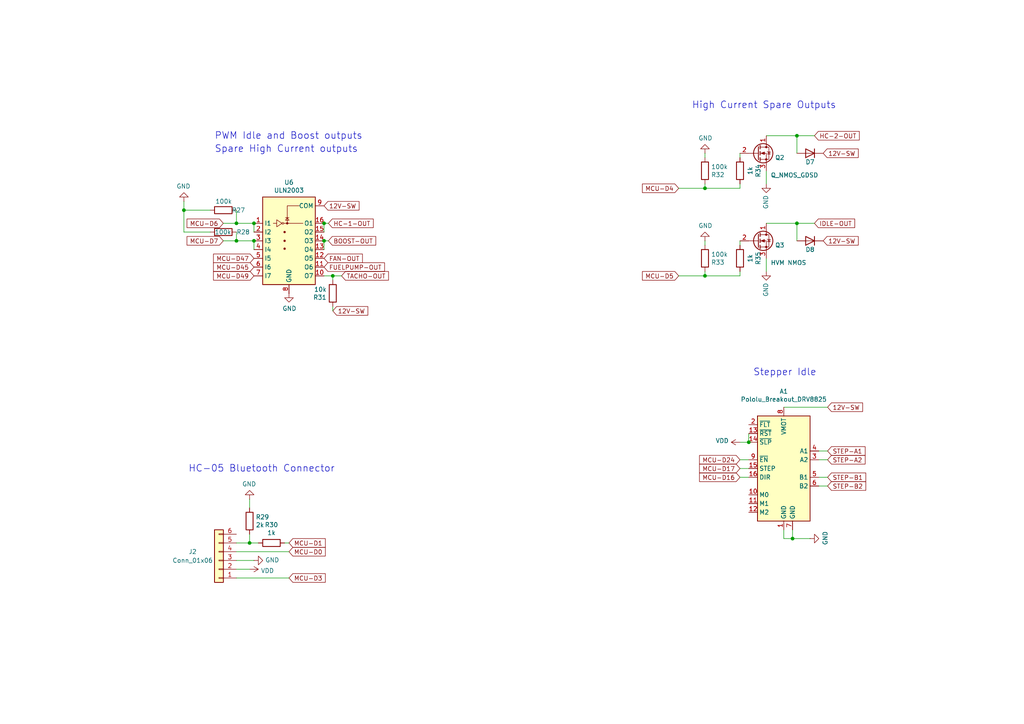
<source format=kicad_sch>
(kicad_sch (version 20231120) (generator "eeschema") (generator_version "8.0")
  (paper "A4")
  (lib_symbols
    (symbol "Connector_Generic:Conn_01x06" (pin_names (offset 1.016) hide)
      (property "Reference" "J" (at 0 7.62 0))
      (property "Value" "Conn_01x06" (at 0 -10.16 0))
      (symbol "Conn_01x06_1_1"
        (rectangle (start -1.27 -7.493) (end 0 -7.747) (stroke (width 0.1524)))
        (rectangle (start -1.27 -4.953) (end 0 -5.207) (stroke (width 0.1524)))
        (rectangle (start -1.27 -2.413) (end 0 -2.667) (stroke (width 0.1524)))
        (rectangle (start -1.27 0.127) (end 0 -0.127) (stroke (width 0.1524)))
        (rectangle (start -1.27 2.667) (end 0 2.413) (stroke (width 0.1524)))
        (rectangle (start -1.27 5.207) (end 0 4.953) (stroke (width 0.1524)))
        (rectangle (start -1.27 6.35) (end 1.27 -8.89) (stroke (width 0.254)) (fill (type background)))
        (pin passive line (at -5.08 5.08 0) (length 3.81) (name "Pin_1") (number "1"))
        (pin passive line (at -5.08 2.54 0) (length 3.81) (name "Pin_2") (number "2"))
        (pin passive line (at -5.08 0 0) (length 3.81) (name "Pin_3") (number "3"))
        (pin passive line (at -5.08 -2.54 0) (length 3.81) (name "Pin_4") (number "4"))
        (pin passive line (at -5.08 -5.08 0) (length 3.81) (name "Pin_5") (number "5"))
        (pin passive line (at -5.08 -7.62 0) (length 3.81) (name "Pin_6") (number "6"))
      )
    )
    (symbol "Device:D" (pin_numbers hide) (pin_names (offset 1.016) hide)
      (property "Reference" "D" (at 0 2.54 0))
      (property "Value" "D" (at 0 -2.54 0))
      (symbol "D_0_1"
        (polyline (pts (xy -1.27 1.27) (xy -1.27 -1.27)) (stroke (width 0.254)))
        (polyline (pts (xy 1.27 0) (xy -1.27 0)))
        (polyline (pts (xy 1.27 1.27) (xy 1.27 -1.27) (xy -1.27 0) (xy 1.27 1.27)) (stroke (width 0.254)))
      )
      (symbol "D_1_1"
        (pin passive line (at -3.81 0 0) (length 2.54) (name "K") (number "1"))
        (pin passive line (at 3.81 0 180) (length 2.54) (name "A") (number "2"))
      )
    )
    (symbol "Device:Q_NMOS_DGS" (pin_names (offset 0) hide)
      (property "Reference" "Q" (at 5.08 1.27 0))
      (property "Value" "Q_NMOS_DGS" (at 5.08 -1.27 0))
      (symbol "Q_NMOS_DGS_0_1"
        (polyline (pts (xy 0.254 0) (xy -2.54 0)))
        (polyline (pts (xy 0.254 1.905) (xy 0.254 -1.905)) (stroke (width 0.254)))
        (polyline (pts (xy 0.762 -1.27) (xy 0.762 -2.286)) (stroke (width 0.254)))
        (polyline (pts (xy 0.762 0.508) (xy 0.762 -0.508)) (stroke (width 0.254)))
        (polyline (pts (xy 0.762 2.286) (xy 0.762 1.27)) (stroke (width 0.254)))
        (polyline (pts (xy 2.54 2.54) (xy 2.54 1.778)))
        (polyline (pts (xy 2.54 -2.54) (xy 2.54 0) (xy 0.762 0)))
        (polyline (pts (xy 0.762 -1.778) (xy 3.302 -1.778) (xy 3.302 1.778) (xy 0.762 1.778)))
        (polyline (pts (xy 1.016 0) (xy 2.032 0.381) (xy 2.032 -0.381) (xy 1.016 0)) (fill (type outline)))
        (polyline (pts (xy 2.794 0.508) (xy 2.921 0.381) (xy 3.683 0.381) (xy 3.81 0.254)))
        (polyline (pts (xy 3.302 0.381) (xy 2.921 -0.254) (xy 3.683 -0.254) (xy 3.302 0.381)))
        (circle (center 1.651 0) (radius 2.794) (stroke (width 0.254)))
        (circle (center 2.54 -1.778) (radius 0.254) (fill (type outline)))
        (circle (center 2.54 1.778) (radius 0.254) (fill (type outline)))
      )
      (symbol "Q_NMOS_DGS_1_1"
        (pin passive line (at 2.54 5.08 270) (length 2.54) (name "D") (number "1"))
        (pin input line (at -5.08 0 0) (length 2.54) (name "G") (number "2"))
        (pin passive line (at 2.54 -5.08 90) (length 2.54) (name "S") (number "3"))
      )
    )
    (symbol "Device:R" (pin_numbers hide) (pin_names (offset 0))
      (property "Reference" "R" (at 2.032 0 90))
      (property "Value" "R" (at 0 0 90))
      (symbol "R_0_1"
        (rectangle (start -1.016 -2.54) (end 1.016 2.54) (stroke (width 0.254)))
      )
      (symbol "R_1_1"
        (pin passive line (at 0 3.81 270) (length 1.27) (name "~") (number "1"))
        (pin passive line (at 0 -3.81 90) (length 1.27) (name "~") (number "2"))
      )
    )
    (symbol "Driver_Motor:Pololu_Breakout_DRV8825"
      (property "Reference" "A" (at -2.54 16.51 0))
      (property "Value" "Pololu_Breakout_DRV8825" (at -2.54 13.97 0))
      (symbol "Pololu_Breakout_DRV8825_0_1"
        (rectangle (start 7.62 -17.78) (end -7.62 12.7) (stroke (width 0.254)) (fill (type background)))
      )
      (symbol "Pololu_Breakout_DRV8825_1_1"
        (pin power_in line (at 0 -20.32 90) (length 2.54) (name "GND") (number "1"))
        (pin input line (at -10.16 -10.16 0) (length 2.54) (name "M0") (number "10"))
        (pin input line (at -10.16 -12.7 0) (length 2.54) (name "M1") (number "11"))
        (pin input line (at -10.16 -15.24 0) (length 2.54) (name "M2") (number "12"))
        (pin input line (at -10.16 7.62 0) (length 2.54) (name "~{RST}") (number "13"))
        (pin input line (at -10.16 5.08 0) (length 2.54) (name "~{SLP}") (number "14"))
        (pin input line (at -10.16 -2.54 0) (length 2.54) (name "STEP") (number "15"))
        (pin input line (at -10.16 -5.08 0) (length 2.54) (name "DIR") (number "16"))
        (pin output line (at -10.16 10.16 0) (length 2.54) (name "~{FLT}") (number "2"))
        (pin output line (at 10.16 0 180) (length 2.54) (name "A2") (number "3"))
        (pin output line (at 10.16 2.54 180) (length 2.54) (name "A1") (number "4"))
        (pin output line (at 10.16 -5.08 180) (length 2.54) (name "B1") (number "5"))
        (pin output line (at 10.16 -7.62 180) (length 2.54) (name "B2") (number "6"))
        (pin power_in line (at 2.54 -20.32 90) (length 2.54) (name "GND") (number "7"))
        (pin power_in line (at 0 15.24 270) (length 2.54) (name "VMOT") (number "8"))
        (pin input line (at -10.16 0 0) (length 2.54) (name "~{EN}") (number "9"))
      )
    )
    (symbol "Transistor_Array:ULN2003"
      (property "Reference" "U" (at 0 15.875 0))
      (property "Value" "ULN2003" (at 0 13.97 0))
      (symbol "ULN2003_0_1"
        (rectangle (start -7.62 -12.7) (end 7.62 12.7) (stroke (width 0.254)) (fill (type background)))
        (circle (center -1.778 5.08) (radius 0.254))
        (circle (center -1.27 -2.286) (radius 0.254) (fill (type outline)))
        (circle (center -1.27 0) (radius 0.254) (fill (type outline)))
        (circle (center -1.27 2.54) (radius 0.254) (fill (type outline)))
        (circle (center -0.508 5.08) (radius 0.254) (fill (type outline)))
        (polyline (pts (xy -4.572 5.08) (xy -3.556 5.08)))
        (polyline (pts (xy -1.524 5.08) (xy 4.064 5.08)))
        (polyline (pts (xy 0 6.731) (xy -1.016 6.731)))
        (polyline (pts (xy -0.508 5.08) (xy -0.508 10.16) (xy 2.921 10.16)))
        (polyline (pts (xy -3.556 6.096) (xy -3.556 4.064) (xy -2.032 5.08) (xy -3.556 6.096)))
        (polyline (pts (xy 0 5.969) (xy -1.016 5.969) (xy -0.508 6.731) (xy 0 5.969)))
      )
      (symbol "ULN2003_1_1"
        (pin input line (at -10.16 5.08 0) (length 2.54) (name "I1") (number "1"))
        (pin open_collector line (at 10.16 -10.16 180) (length 2.54) (name "O7") (number "10"))
        (pin open_collector line (at 10.16 -7.62 180) (length 2.54) (name "O6") (number "11"))
        (pin open_collector line (at 10.16 -5.08 180) (length 2.54) (name "O5") (number "12"))
        (pin open_collector line (at 10.16 -2.54 180) (length 2.54) (name "O4") (number "13"))
        (pin open_collector line (at 10.16 0 180) (length 2.54) (name "O3") (number "14"))
        (pin open_collector line (at 10.16 2.54 180) (length 2.54) (name "O2") (number "15"))
        (pin open_collector line (at 10.16 5.08 180) (length 2.54) (name "O1") (number "16"))
        (pin input line (at -10.16 2.54 0) (length 2.54) (name "I2") (number "2"))
        (pin input line (at -10.16 0 0) (length 2.54) (name "I3") (number "3"))
        (pin input line (at -10.16 -2.54 0) (length 2.54) (name "I4") (number "4"))
        (pin input line (at -10.16 -5.08 0) (length 2.54) (name "I5") (number "5"))
        (pin input line (at -10.16 -7.62 0) (length 2.54) (name "I6") (number "6"))
        (pin input line (at -10.16 -10.16 0) (length 2.54) (name "I7") (number "7"))
        (pin power_in line (at 0 -15.24 90) (length 2.54) (name "GND") (number "8"))
        (pin passive line (at 10.16 10.16 180) (length 2.54) (name "COM") (number "9"))
      )
    )
    (symbol "power:GND" (power) (pin_numbers hide) (pin_names (offset 0) hide)
      (property "Value" "GND" (at 0 -3.81 0))
      (symbol "GND_0_1"
        (polyline (pts (xy 0 0) (xy 0 -1.27) (xy 1.27 -1.27) (xy 0 -2.54) (xy -1.27 -1.27) (xy 0 -1.27)))
      )
      (symbol "GND_1_1"
        (pin power_in line (at 0 0 270) (length 0) (name "~") (number "1"))
      )
    )
    (symbol "power:VDD" (power) (pin_numbers hide) (pin_names (offset 0) hide)
      (property "Value" "VDD" (at 0 3.556 0))
      (symbol "VDD_0_1"
        (polyline (pts (xy -0.762 1.27) (xy 0 2.54)))
        (polyline (pts (xy 0 0) (xy 0 2.54)))
        (polyline (pts (xy 0 2.54) (xy 0.762 1.27)))
      )
      (symbol "VDD_1_1"
        (pin power_in line (at 0 0 90) (length 0) (name "~") (number "1"))
      )
    )
  )
  (junction (at 73.66 64.77))
  (junction (at 229.87 156.21))
  (junction (at 68.58 69.85))
  (junction (at 93.98 69.85))
  (junction (at 73.66 69.85))
  (junction (at 204.47 54.61))
  (junction (at 96.52 80.01))
  (junction (at 68.58 64.77))
  (junction (at 93.98 64.77))
  (junction (at 231.14 64.77))
  (junction (at 204.47 80.01))
  (junction (at 217.17 128.27))
  (junction (at 72.39 157.48))
  (junction (at 231.14 39.37))
  (junction (at 53.34 60.96))
  (wire (pts (xy 68.58 60.96) (xy 68.58 64.77)))
  (wire (pts (xy 96.52 90.17) (xy 96.52 88.9)))
  (wire (pts (xy 53.34 60.96) (xy 60.96 60.96)))
  (wire (pts (xy 229.87 153.67) (xy 229.87 156.21)))
  (wire (pts (xy 96.52 80.01) (xy 99.06 80.01)))
  (wire (pts (xy 196.85 80.01) (xy 204.47 80.01)))
  (wire (pts (xy 68.58 157.48) (xy 72.39 157.48)))
  (wire (pts (xy 73.66 162.56) (xy 68.58 162.56)))
  (wire (pts (xy 222.25 39.37) (xy 231.14 39.37)))
  (wire (pts (xy 196.85 54.61) (xy 204.47 54.61)))
  (wire (pts (xy 204.47 80.01) (xy 204.47 78.74)))
  (wire (pts (xy 227.33 118.11) (xy 240.03 118.11)))
  (wire (pts (xy 240.03 140.97) (xy 237.49 140.97)))
  (wire (pts (xy 227.33 156.21) (xy 227.33 153.67)))
  (wire (pts (xy 231.14 69.85) (xy 231.14 64.77)))
  (wire (pts (xy 73.66 69.85) (xy 73.66 72.39)))
  (wire (pts (xy 83.82 160.02) (xy 68.58 160.02)))
  (wire (pts (xy 222.25 64.77) (xy 231.14 64.77)))
  (wire (pts (xy 72.39 157.48) (xy 74.93 157.48)))
  (wire (pts (xy 204.47 54.61) (xy 204.47 53.34)))
  (wire (pts (xy 217.17 128.27) (xy 217.17 125.73)))
  (wire (pts (xy 82.55 157.48) (xy 83.82 157.48)))
  (wire (pts (xy 204.47 44.45) (xy 204.47 45.72)))
  (wire (pts (xy 68.58 67.31) (xy 68.58 69.85)))
  (wire (pts (xy 214.63 53.34) (xy 214.63 54.61)))
  (wire (pts (xy 95.25 69.85) (xy 93.98 69.85)))
  (wire (pts (xy 95.25 64.77) (xy 93.98 64.77)))
  (wire (pts (xy 204.47 80.01) (xy 214.63 80.01)))
  (wire (pts (xy 214.63 133.35) (xy 217.17 133.35)))
  (wire (pts (xy 68.58 167.64) (xy 83.82 167.64)))
  (wire (pts (xy 231.14 44.45) (xy 231.14 39.37)))
  (wire (pts (xy 214.63 128.27) (xy 217.17 128.27)))
  (wire (pts (xy 222.25 78.74) (xy 222.25 74.93)))
  (wire (pts (xy 217.17 135.89) (xy 214.63 135.89)))
  (wire (pts (xy 64.77 69.85) (xy 68.58 69.85)))
  (wire (pts (xy 53.34 58.42) (xy 53.34 60.96)))
  (wire (pts (xy 64.77 64.77) (xy 68.58 64.77)))
  (wire (pts (xy 53.34 60.96) (xy 53.34 67.31)))
  (wire (pts (xy 93.98 72.39) (xy 93.98 69.85)))
  (wire (pts (xy 72.39 144.78) (xy 72.39 147.32)))
  (wire (pts (xy 231.14 64.77) (xy 236.22 64.77)))
  (wire (pts (xy 214.63 69.85) (xy 214.63 71.12)))
  (wire (pts (xy 72.39 154.94) (xy 72.39 157.48)))
  (wire (pts (xy 53.34 67.31) (xy 60.96 67.31)))
  (wire (pts (xy 231.14 39.37) (xy 236.22 39.37)))
  (wire (pts (xy 68.58 64.77) (xy 73.66 64.77)))
  (wire (pts (xy 229.87 156.21) (xy 227.33 156.21)))
  (wire (pts (xy 237.49 130.81) (xy 240.03 130.81)))
  (wire (pts (xy 72.39 165.1) (xy 68.58 165.1)))
  (wire (pts (xy 214.63 44.45) (xy 214.63 45.72)))
  (wire (pts (xy 96.52 81.28) (xy 96.52 80.01)))
  (wire (pts (xy 214.63 138.43) (xy 217.17 138.43)))
  (wire (pts (xy 68.58 69.85) (xy 73.66 69.85)))
  (wire (pts (xy 93.98 67.31) (xy 93.98 64.77)))
  (wire (pts (xy 237.49 138.43) (xy 240.03 138.43)))
  (wire (pts (xy 234.95 156.21) (xy 229.87 156.21)))
  (wire (pts (xy 93.98 80.01) (xy 96.52 80.01)))
  (wire (pts (xy 204.47 69.85) (xy 204.47 71.12)))
  (wire (pts (xy 214.63 78.74) (xy 214.63 80.01)))
  (wire (pts (xy 222.25 53.34) (xy 222.25 49.53)))
  (wire (pts (xy 240.03 133.35) (xy 237.49 133.35)))
  (wire (pts (xy 204.47 54.61) (xy 214.63 54.61)))
  (wire (pts (xy 73.66 64.77) (xy 73.66 67.31)))
  (text "Spare High Current outputs" (at 62.23 44.45 0) (effects (font (size 1.9812 1.9812)) (justify left bottom)))
  (text "Stepper Idle" (at 218.44 109.22 0) (effects (font (size 1.9812 1.9812)) (justify left bottom)))
  (text "High Current Spare Outputs" (at 200.66 31.75 0) (effects (font (size 1.9812 1.9812)) (justify left bottom)))
  (text "PWM Idle and Boost outputs" (at 62.23 40.64 0) (effects (font (size 1.9812 1.9812)) (justify left bottom)))
  (text "HC-05 Bluetooth Connector" (at 54.61 137.16 0) (effects (font (size 1.9812 1.9812)) (justify left bottom)))
  (global_label "HC-1-OUT" (shape input) (at 95.25 64.77 0) (property "Intersheetrefs" "${INTERSHEET_REFS}" (effects (hide yes))))
  (global_label "HC-2-OUT" (shape input) (at 236.22 39.37 0) (property "Intersheetrefs" "${INTERSHEET_REFS}" (effects (hide yes))))
  (global_label "MCU-D5" (shape input) (at 196.85 80.01 180) (property "Intersheetrefs" "${INTERSHEET_REFS}" (effects (hide yes))))
  (global_label "MCU-D17" (shape input) (at 214.63 135.89 180) (property "Intersheetrefs" "${INTERSHEET_REFS}" (effects (hide yes))))
  (global_label "MCU-D49" (shape input) (at 73.66 80.01 180) (property "Intersheetrefs" "${INTERSHEET_REFS}" (effects (hide yes))))
  (global_label "MCU-D47" (shape input) (at 73.66 74.93 180) (property "Intersheetrefs" "${INTERSHEET_REFS}" (effects (hide yes))))
  (global_label "MCU-D0" (shape input) (at 83.82 160.02 0) (property "Intersheetrefs" "${INTERSHEET_REFS}" (effects (hide yes))))
  (global_label "MCU-D1" (shape input) (at 83.82 157.48 0) (property "Intersheetrefs" "${INTERSHEET_REFS}" (effects (hide yes))))
  (global_label "FUELPUMP-OUT" (shape input) (at 93.98 77.47 0) (property "Intersheetrefs" "${INTERSHEET_REFS}" (effects (hide yes))))
  (global_label "MCU-D7" (shape input) (at 64.77 69.85 180) (property "Intersheetrefs" "${INTERSHEET_REFS}" (effects (hide yes))))
  (global_label "12V-SW" (shape input) (at 93.98 59.69 0) (property "Intersheetrefs" "${INTERSHEET_REFS}" (effects (hide yes))))
  (global_label "12V-SW" (shape input) (at 240.03 118.11 0) (property "Intersheetrefs" "${INTERSHEET_REFS}" (effects (hide yes))))
  (global_label "STEP-A2" (shape input) (at 240.03 133.35 0) (property "Intersheetrefs" "${INTERSHEET_REFS}" (effects (hide yes))))
  (global_label "MCU-D3" (shape input) (at 83.82 167.64 0) (property "Intersheetrefs" "${INTERSHEET_REFS}" (effects (hide yes))))
  (global_label "12V-SW" (shape input) (at 96.52 90.17 0) (property "Intersheetrefs" "${INTERSHEET_REFS}" (effects (hide yes))))
  (global_label "STEP-B2" (shape input) (at 240.03 140.97 0) (property "Intersheetrefs" "${INTERSHEET_REFS}" (effects (hide yes))))
  (global_label "FAN-OUT" (shape input) (at 93.98 74.93 0) (property "Intersheetrefs" "${INTERSHEET_REFS}" (effects (hide yes))))
  (global_label "MCU-D6" (shape input) (at 64.77 64.77 180) (property "Intersheetrefs" "${INTERSHEET_REFS}" (effects (hide yes))))
  (global_label "12V-SW" (shape input) (at 238.76 44.45 0) (property "Intersheetrefs" "${INTERSHEET_REFS}" (effects (hide yes))))
  (global_label "IDLE-OUT" (shape input) (at 236.22 64.77 0) (property "Intersheetrefs" "${INTERSHEET_REFS}" (effects (hide yes))))
  (global_label "STEP-A1" (shape input) (at 240.03 130.81 0) (property "Intersheetrefs" "${INTERSHEET_REFS}" (effects (hide yes))))
  (global_label "MCU-D16" (shape input) (at 214.63 138.43 180) (property "Intersheetrefs" "${INTERSHEET_REFS}" (effects (hide yes))))
  (global_label "12V-SW" (shape input) (at 238.76 69.85 0) (property "Intersheetrefs" "${INTERSHEET_REFS}" (effects (hide yes))))
  (global_label "MCU-D45" (shape input) (at 73.66 77.47 180) (property "Intersheetrefs" "${INTERSHEET_REFS}" (effects (hide yes))))
  (global_label "STEP-B1" (shape input) (at 240.03 138.43 0) (property "Intersheetrefs" "${INTERSHEET_REFS}" (effects (hide yes))))
  (global_label "BOOST-OUT" (shape input) (at 95.25 69.85 0) (property "Intersheetrefs" "${INTERSHEET_REFS}" (effects (hide yes))))
  (global_label "MCU-D4" (shape input) (at 196.85 54.61 180) (property "Intersheetrefs" "${INTERSHEET_REFS}" (effects (hide yes))))
  (global_label "TACHO-OUT" (shape input) (at 99.06 80.01 0) (property "Intersheetrefs" "${INTERSHEET_REFS}" (effects (hide yes))))
  (global_label "MCU-D24" (shape input) (at 214.63 133.35 180) (property "Intersheetrefs" "${INTERSHEET_REFS}" (effects (hide yes))))
  (symbol (lib_id "Device:R") (at 204.47 49.53 0) (mirror y) (unit 1)
    (property "Reference" "R32" (at 206.248 50.6984 0) (effects (justify right)))
    (property "Value" "100k" (at 206.248 48.387 0) (effects (justify right)))
    (property "Footprint" "Resistor_THT:R_Axial_DIN0204_L3.6mm_D1.6mm_P5.08mm_Horizontal" (effects (hide yes)))
    (property "Digikey Part Number" "BC3240CT-ND" (effects (hide yes)))
    (property "Manufacturer_Name" "Vishay" (effects (hide yes)))
    (property "Manufacturer_Part_Number" "MBA02040C1003FCT00" (effects (hide yes)))
    (property "URL" "https://www.digikey.com.au/product-detail/en/vishay-beyschlag-draloric-bc-components/MBA02040C1003FCT00/BC3240CT-ND/6138743" (effects (hide yes)))
  )
  (symbol (lib_id "Device:R") (at 64.77 60.96 270) (unit 1)
    (property "Reference" "R27" (at 71.12 60.96 90) (effects (justify right)))
    (property "Value" "100k" (at 67.31 58.42 90) (effects (justify right)))
    (property "Footprint" "Resistor_THT:R_Axial_DIN0204_L3.6mm_D1.6mm_P5.08mm_Horizontal" (effects (hide yes)))
    (property "Digikey Part Number" "BC3240CT-ND" (effects (hide yes)))
    (property "Manufacturer_Name" "Vishay" (effects (hide yes)))
    (property "Manufacturer_Part_Number" "MBA02040C1003FCT00" (effects (hide yes)))
    (property "URL" "https://www.digikey.com.au/product-detail/en/vishay-beyschlag-draloric-bc-components/MBA02040C1003FCT00/BC3240CT-ND/6138743" (effects (hide yes)))
  )
  (symbol (lib_id "Device:R") (at 72.39 151.13 180) (unit 1)
    (property "Reference" "R29" (at 74.168 149.9616 0) (effects (justify right)))
    (property "Value" "2k" (at 74.168 152.273 0) (effects (justify right)))
    (property "Footprint" "Resistor_THT:R_Axial_DIN0204_L3.6mm_D1.6mm_P5.08mm_Horizontal" (effects (hide yes)))
    (property "Digikey Part Number" "BC3254CT-ND" (effects (hide yes)))
    (property "Manufacturer_Name" "Vishay" (effects (hide yes)))
    (property "Manufacturer_Part_Number" "MBA02040C2001FCT00" (effects (hide yes)))
    (property "URL" "https://www.digikey.com.au/product-detail/en/vishay-beyschlag-draloric-bc-components/MBA02040C2001FCT00/BC3254CT-ND/6138757" (effects (hide yes)))
  )
  (symbol (lib_id "power:GND") (at 204.47 44.45 0) (mirror x) (unit 1)
    (property "Reference" "#PWR053" (effects (hide yes)))
    (property "Value" "GND" (at 204.597 40.0558 0))
  )
  (symbol (lib_id "power:GND") (at 234.95 156.21 90) (unit 1)
    (property "Reference" "#PWR058" (effects (hide yes)))
    (property "Value" "GND" (at 239.3442 156.083 0))
  )
  (symbol (lib_id "Driver_Motor:Pololu_Breakout_DRV8825") (at 227.33 133.35 0) (unit 1)
    (property "Reference" "A1" (at 227.33 113.5126 0))
    (property "Value" "Pololu_Breakout_DRV8825" (at 227.33 115.824 0))
    (property "Footprint" "Module:Pololu_Breakout-16_15.2x20.3mm" (effects (hide yes)))
    (property "Datasheet" "https://www.pololu.com/product/2982" (effects (hide yes)))
  )
  (symbol (lib_id "power:GND") (at 222.25 78.74 0) (mirror y) (unit 1)
    (property "Reference" "#PWR057" (effects (hide yes)))
    (property "Value" "GND" (at 222.123 81.9912 90) (effects (justify right)))
  )
  (symbol (lib_id "Device:D") (at 234.95 69.85 180) (unit 1)
    (property "Reference" "D8" (at 234.95 72.39 0))
    (property "Value" "D" (effects (hide yes)))
    (property "Footprint" "Diode_THT:D_DO-35_SOD27_P7.62mm_Horizontal" (effects (hide yes)))
    (property "Digikey Part Number" "1N914TAPGICT-ND" (effects (hide yes)))
    (property "Manufacturer_Name" "Vishay" (effects (hide yes)))
    (property "Manufacturer_Part_Number" "1N914TAP" (effects (hide yes)))
    (property "URL" "https://www.digikey.com.au/product-detail/en/vishay-general-semiconductor-diodes-division/1N914TAP/1N914TAPGICT-ND/8564478" (effects (hide yes)))
  )
  (symbol (lib_id "power:GND") (at 83.82 85.09 0) (unit 1)
    (property "Reference" "#PWR047" (effects (hide yes)))
    (property "Value" "GND" (at 83.947 89.4842 0))
  )
  (symbol (lib_id "power:GND") (at 222.25 53.34 0) (mirror y) (unit 1)
    (property "Reference" "#PWR056" (effects (hide yes)))
    (property "Value" "GND" (at 222.123 56.5912 90) (effects (justify right)))
  )
  (symbol (lib_id "Connector_Generic:Conn_01x06") (at 63.5 162.56 180) (unit 1)
    (property "Reference" "J2" (at 55.88 160.02 0))
    (property "Value" "Conn_01x06" (at 55.88 162.56 0))
    (property "Footprint" "Connector_PinHeader_2.54mm:PinHeader_1x06_P2.54mm_Vertical" (effects (hide yes)))
  )
  (symbol (lib_id "Device:D") (at 234.95 44.45 180) (unit 1)
    (property "Reference" "D7" (at 234.95 46.99 0))
    (property "Value" "D" (effects (hide yes)))
    (property "Footprint" "Diode_THT:D_DO-35_SOD27_P7.62mm_Horizontal" (effects (hide yes)))
    (property "Digikey Part Number" "1N914TAPGICT-ND" (effects (hide yes)))
    (property "Manufacturer_Name" "Vishay" (effects (hide yes)))
    (property "Manufacturer_Part_Number" "1N914TAP" (effects (hide yes)))
    (property "URL" "https://www.digikey.com.au/product-detail/en/vishay-general-semiconductor-diodes-division/1N914TAP/1N914TAPGICT-ND/8564478" (effects (hide yes)))
  )
  (symbol (lib_id "power:VDD") (at 214.63 128.27 90) (unit 1)
    (property "Reference" "#PWR055" (effects (hide yes)))
    (property "Value" "VDD" (at 211.3788 127.8382 90) (effects (justify left)))
  )
  (symbol (lib_id "Transistor_Array:ULN2003") (at 83.82 69.85 0) (unit 1)
    (property "Reference" "U6" (at 83.82 52.9082 0))
    (property "Value" "ULN2003" (at 83.82 55.2196 0))
    (property "Footprint" "Package_DIP:DIP-16_W7.62mm" (effects (hide yes)))
    (property "Datasheet" "http://www.ti.com/lit/ds/symlink/uln2003a.pdf" (effects (hide yes)))
    (property "Digikey Part Number" "296-16971-5-ND" (effects (hide yes)))
    (property "Manufacturer_Name" "TI" (effects (hide yes)))
    (property "Manufacturer_Part_Number" "ULN2003AIN‎ " (effects (hide yes)))
    (property "URL" "https://www.digikey.com.au/product-detail/en/ULN2003AIN/296-16971-5-ND/653041?itemSeq=364547977" (effects (hide yes)))
  )
  (symbol (lib_id "Device:R") (at 214.63 49.53 180) (unit 1)
    (property "Reference" "R34" (at 219.8878 49.53 90))
    (property "Value" "1k" (at 217.5764 49.53 90))
    (property "Footprint" "Resistor_THT:R_Axial_DIN0204_L3.6mm_D1.6mm_P5.08mm_Horizontal" (effects (hide yes)))
    (property "Digikey Part Number" "BC1.00KXCT-ND" (effects (hide yes)))
    (property "Manufacturer_Name" "Vishay" (effects (hide yes)))
    (property "Manufacturer_Part_Number" "MBA02040C1001FRP00" (effects (hide yes)))
  )
  (symbol (lib_id "power:VDD") (at 72.39 165.1 270) (unit 1)
    (property "Reference" "#PWR045" (effects (hide yes)))
    (property "Value" "VDD" (at 75.6412 165.5318 90) (effects (justify left)))
  )
  (symbol (lib_id "Device:R") (at 204.47 74.93 0) (mirror y) (unit 1)
    (property "Reference" "R33" (at 206.248 76.0984 0) (effects (justify right)))
    (property "Value" "100k" (at 206.248 73.787 0) (effects (justify right)))
    (property "Footprint" "Resistor_THT:R_Axial_DIN0204_L3.6mm_D1.6mm_P5.08mm_Horizontal" (effects (hide yes)))
    (property "Digikey Part Number" "BC3240CT-ND" (effects (hide yes)))
    (property "Manufacturer_Name" "Vishay" (effects (hide yes)))
    (property "Manufacturer_Part_Number" "MBA02040C1003FCT00" (effects (hide yes)))
    (property "URL" "https://www.digikey.com.au/product-detail/en/vishay-beyschlag-draloric-bc-components/MBA02040C1003FCT00/BC3240CT-ND/6138743" (effects (hide yes)))
  )
  (symbol (lib_id "Device:Q_NMOS_DGS") (at 219.71 69.85 0) (unit 1)
    (property "Reference" "Q3" (at 224.79 71.12 0) (effects (justify left)))
    (property "Value" "HVM NMOS" (at 223.52 76.2 0) (effects (justify left)))
    (property "Footprint" "Package_DIP:Vishay_HVM-DIP-3_W7.62mm" (effects (hide yes)))
    (property "Digikey Part Number" "IRLD024PBF-ND" (effects (hide yes)))
    (property "Manufacturer_Name" "Vishay" (effects (hide yes)))
    (property "Manufacturer_Part_Number" "IRLD024PBF" (effects (hide yes)))
    (property "URL" "https://www.digikey.com.au/product-detail/en/vishay-siliconix/IRLD024PBF/IRLD024PBF-ND/812492" (effects (hide yes)))
  )
  (symbol (lib_id "power:GND") (at 204.47 69.85 0) (mirror x) (unit 1)
    (property "Reference" "#PWR054" (effects (hide yes)))
    (property "Value" "GND" (at 204.597 65.4558 0))
  )
  (symbol (lib_id "Device:R") (at 78.74 157.48 270) (unit 1)
    (property "Reference" "R30" (at 78.74 152.2222 90))
    (property "Value" "1k" (at 78.74 154.5336 90))
    (property "Footprint" "Resistor_THT:R_Axial_DIN0204_L3.6mm_D1.6mm_P5.08mm_Horizontal" (effects (hide yes)))
    (property "Digikey Part Number" "BC1.00KXCT-ND" (effects (hide yes)))
    (property "Manufacturer_Name" "Vishay" (effects (hide yes)))
    (property "Manufacturer_Part_Number" "MBA02040C1001FRP00" (effects (hide yes)))
  )
  (symbol (lib_id "Device:R") (at 96.52 85.09 0) (unit 1)
    (property "Reference" "R31" (at 94.742 86.2584 0) (effects (justify right)))
    (property "Value" "10k" (at 94.742 83.947 0) (effects (justify right)))
    (property "Footprint" "Resistor_THT:R_Axial_DIN0204_L3.6mm_D1.6mm_P5.08mm_Horizontal" (effects (hide yes)))
    (property "Digikey Part Number" "BC10.0KXCT-ND" (effects (hide yes)))
    (property "Manufacturer_Name" "Vishay" (effects (hide yes)))
    (property "Manufacturer_Part_Number" "MBA02040C1002FRP00" (effects (hide yes)))
    (property "URL" "https://www.digikey.com.au/product-detail/en/vishay-beyschlag-draloric-bc-components/MBA02040C1002FRP00/BC10-0KXCT-ND/336866" (effects (hide yes)))
  )
  (symbol (lib_id "Device:R") (at 64.77 67.31 90) (unit 1)
    (property "Reference" "R28" (at 68.58 67.31 90) (effects (justify right)))
    (property "Value" "100k" (at 62.23 67.31 90) (effects (justify right)))
    (property "Footprint" "Resistor_THT:R_Axial_DIN0204_L3.6mm_D1.6mm_P5.08mm_Horizontal" (effects (hide yes)))
    (property "Digikey Part Number" "BC3240CT-ND" (effects (hide yes)))
    (property "Manufacturer_Name" "Vishay" (effects (hide yes)))
    (property "Manufacturer_Part_Number" "MBA02040C1003FCT00" (effects (hide yes)))
    (property "URL" "https://www.digikey.com.au/product-detail/en/vishay-beyschlag-draloric-bc-components/MBA02040C1003FCT00/BC3240CT-ND/6138743" (effects (hide yes)))
  )
  (symbol (lib_id "Device:Q_NMOS_DGS") (at 219.71 44.45 0) (unit 1)
    (property "Reference" "Q2" (at 224.79 45.72 0) (effects (justify left)))
    (property "Value" "Q_NMOS_GDSD" (at 223.52 50.8 0) (effects (justify left)))
    (property "Footprint" "Package_DIP:Vishay_HVM-DIP-3_W7.62mm" (effects (hide yes)))
    (property "Digikey Part Number" "IRLD024PBF-ND" (effects (hide yes)))
    (property "Manufacturer_Name" "Vishay" (effects (hide yes)))
    (property "Manufacturer_Part_Number" "IRLD024PBF" (effects (hide yes)))
    (property "URL" "https://www.digikey.com.au/product-detail/en/vishay-siliconix/IRLD024PBF/IRLD024PBF-ND/812492" (effects (hide yes)))
  )
  (symbol (lib_id "Device:R") (at 214.63 74.93 180) (unit 1)
    (property "Reference" "R35" (at 219.8878 74.93 90))
    (property "Value" "1k" (at 217.5764 74.93 90))
    (property "Footprint" "Resistor_THT:R_Axial_DIN0204_L3.6mm_D1.6mm_P5.08mm_Horizontal" (effects (hide yes)))
    (property "Digikey Part Number" "BC1.00KXCT-ND" (effects (hide yes)))
    (property "Manufacturer_Name" "Vishay" (effects (hide yes)))
    (property "Manufacturer_Part_Number" "MBA02040C1001FRP00" (effects (hide yes)))
  )
  (symbol (lib_id "power:GND") (at 72.39 144.78 180) (unit 1)
    (property "Reference" "#PWR044" (effects (hide yes)))
    (property "Value" "GND" (at 72.263 140.3858 0))
  )
  (symbol (lib_id "power:GND") (at 53.34 58.42 180) (unit 1)
    (property "Reference" "#PWR043" (effects (hide yes)))
    (property "Value" "GND" (at 53.213 54.0258 0))
  )
  (symbol (lib_id "power:GND") (at 73.66 162.56 90) (unit 1)
    (property "Reference" "#PWR046" (effects (hide yes)))
    (property "Value" "GND" (at 76.9112 162.433 90) (effects (justify right)))
  )
)
</source>
